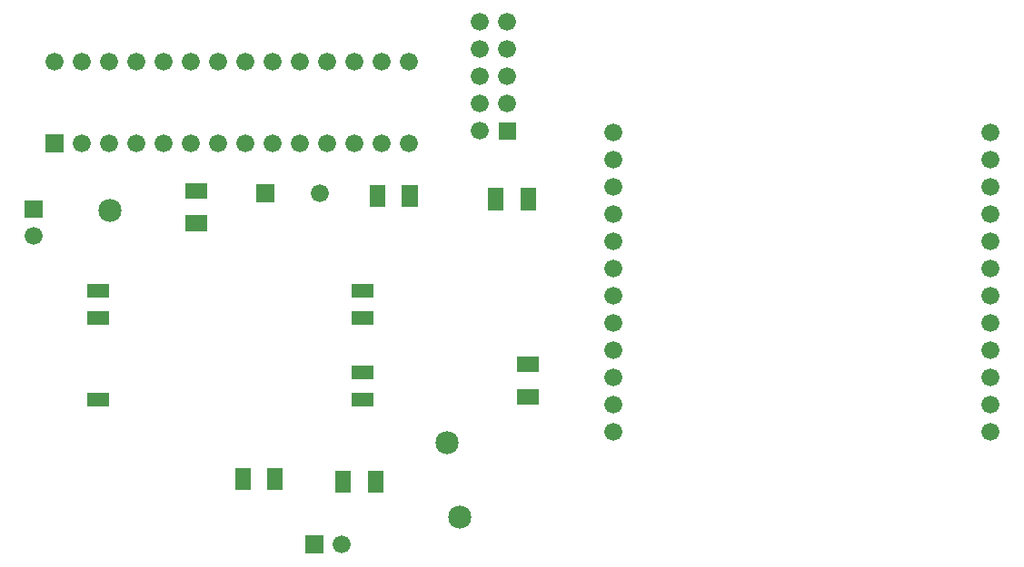
<source format=gbr>
G04 start of page 5 for group -4063 idx -4063 *
G04 Title: (unknown), componentmask *
G04 Creator: pcb 20110918 *
G04 CreationDate: Tue 14 Apr 2015 10:20:40 PM GMT UTC *
G04 For: andrew *
G04 Format: Gerber/RS-274X *
G04 PCB-Dimensions: 374016 236220 *
G04 PCB-Coordinate-Origin: lower left *
%MOIN*%
%FSLAX25Y25*%
%LNTOPMASK*%
%ADD48R,0.0494X0.0494*%
%ADD47R,0.0572X0.0572*%
%ADD46C,0.0850*%
%ADD45C,0.0001*%
%ADD44C,0.0660*%
G54D44*X219770Y161490D03*
Y151490D03*
Y141490D03*
Y131490D03*
Y121490D03*
Y111490D03*
Y101490D03*
Y91490D03*
Y81490D03*
Y71490D03*
Y61490D03*
Y51490D03*
X358270Y131490D03*
Y121490D03*
Y111490D03*
Y101490D03*
Y161490D03*
Y151490D03*
Y141490D03*
Y91490D03*
Y81490D03*
Y71490D03*
Y61490D03*
Y51490D03*
G54D45*G36*
X3868Y136760D02*Y130160D01*
X10468D01*
Y136760D01*
X3868D01*
G37*
G54D44*X7168Y123460D03*
X54902Y157711D03*
X64902D03*
G54D45*G36*
X11602Y161011D02*Y154411D01*
X18202D01*
Y161011D01*
X11602D01*
G37*
G54D44*X24902Y157711D03*
X34902D03*
X44902D03*
G54D46*X35217Y132987D03*
G54D44*X74902Y157711D03*
X84902D03*
X104902Y187711D03*
X94902D03*
X84902D03*
X74902D03*
X64902D03*
X54902D03*
X44902D03*
X34902D03*
X24902D03*
X14902D03*
X94902Y157711D03*
X104902D03*
X114902D03*
X124902D03*
X134902D03*
X144902D03*
Y187711D03*
X134902D03*
X124902D03*
X114902D03*
G54D45*G36*
X106880Y13513D02*Y6913D01*
X113480D01*
Y13513D01*
X106880D01*
G37*
G54D44*X120180Y10213D03*
G54D46*X163605Y20160D03*
X158964Y47733D03*
G54D45*G36*
X88980Y142635D02*Y136035D01*
X95580D01*
Y142635D01*
X88980D01*
G37*
G54D44*X112280Y139335D03*
G54D45*G36*
X177763Y165426D02*Y158826D01*
X184363D01*
Y165426D01*
X177763D01*
G37*
G54D44*X171063Y162126D03*
X181063Y172126D03*
X171063D03*
X181063Y182126D03*
X171063D03*
X181063Y192126D03*
X171063D03*
X181063Y202126D03*
X171063D03*
G54D47*X176851Y138267D02*Y135905D01*
X188661Y138267D02*Y135905D01*
X187402Y76377D02*X189764D01*
X132637Y34527D02*Y32165D01*
G54D48*X126429Y103531D02*X129578D01*
G54D47*X187402Y64567D02*X189764D01*
X133465Y139448D02*Y137086D01*
X145275Y139448D02*Y137086D01*
G54D48*X126429Y63531D02*X129578D01*
X29342Y103531D02*X32492D01*
X29342Y93531D02*X32492D01*
X29342Y63531D02*X32492D01*
X126429Y73531D02*X129578D01*
X126429Y93531D02*X129578D01*
G54D47*X95787Y35472D02*Y33110D01*
X83977Y35472D02*Y33110D01*
X65630Y140077D02*X67992D01*
X65630Y128267D02*X67992D01*
X120827Y34527D02*Y32165D01*
M02*

</source>
